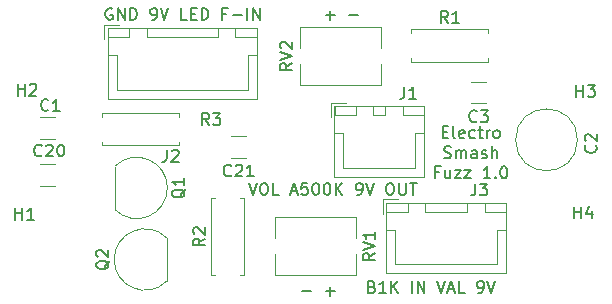
<source format=gbr>
G04 #@! TF.GenerationSoftware,KiCad,Pcbnew,(5.1.5)-3*
G04 #@! TF.CreationDate,2020-07-01T02:10:36+02:00*
G04 #@! TF.ProjectId,GermaniumFuzz,4765726d-616e-4697-956d-46757a7a2e6b,rev?*
G04 #@! TF.SameCoordinates,Original*
G04 #@! TF.FileFunction,Legend,Top*
G04 #@! TF.FilePolarity,Positive*
%FSLAX46Y46*%
G04 Gerber Fmt 4.6, Leading zero omitted, Abs format (unit mm)*
G04 Created by KiCad (PCBNEW (5.1.5)-3) date 2020-07-01 02:10:36*
%MOMM*%
%LPD*%
G04 APERTURE LIST*
%ADD10C,0.150000*%
%ADD11C,0.203200*%
%ADD12C,0.120000*%
G04 APERTURE END LIST*
D10*
X105080952Y-126828571D02*
X104319047Y-126828571D01*
X104700000Y-126447619D02*
X104700000Y-127209523D01*
X103080952Y-126828571D02*
X102319047Y-126828571D01*
X104319047Y-103471428D02*
X105080952Y-103471428D01*
X104700000Y-103852380D02*
X104700000Y-103090476D01*
X106319047Y-103471428D02*
X107080952Y-103471428D01*
D11*
X114219047Y-113325371D02*
X114552380Y-113325371D01*
X114695238Y-113849180D02*
X114219047Y-113849180D01*
X114219047Y-112849180D01*
X114695238Y-112849180D01*
X115266666Y-113849180D02*
X115171428Y-113801561D01*
X115123809Y-113706323D01*
X115123809Y-112849180D01*
X116028571Y-113801561D02*
X115933333Y-113849180D01*
X115742857Y-113849180D01*
X115647619Y-113801561D01*
X115600000Y-113706323D01*
X115600000Y-113325371D01*
X115647619Y-113230133D01*
X115742857Y-113182514D01*
X115933333Y-113182514D01*
X116028571Y-113230133D01*
X116076190Y-113325371D01*
X116076190Y-113420609D01*
X115600000Y-113515847D01*
X116933333Y-113801561D02*
X116838095Y-113849180D01*
X116647619Y-113849180D01*
X116552380Y-113801561D01*
X116504761Y-113753942D01*
X116457142Y-113658704D01*
X116457142Y-113372990D01*
X116504761Y-113277752D01*
X116552380Y-113230133D01*
X116647619Y-113182514D01*
X116838095Y-113182514D01*
X116933333Y-113230133D01*
X117219047Y-113182514D02*
X117600000Y-113182514D01*
X117361904Y-112849180D02*
X117361904Y-113706323D01*
X117409523Y-113801561D01*
X117504761Y-113849180D01*
X117600000Y-113849180D01*
X117933333Y-113849180D02*
X117933333Y-113182514D01*
X117933333Y-113372990D02*
X117980952Y-113277752D01*
X118028571Y-113230133D01*
X118123809Y-113182514D01*
X118219047Y-113182514D01*
X118695238Y-113849180D02*
X118600000Y-113801561D01*
X118552380Y-113753942D01*
X118504761Y-113658704D01*
X118504761Y-113372990D01*
X118552380Y-113277752D01*
X118600000Y-113230133D01*
X118695238Y-113182514D01*
X118838095Y-113182514D01*
X118933333Y-113230133D01*
X118980952Y-113277752D01*
X119028571Y-113372990D01*
X119028571Y-113658704D01*
X118980952Y-113753942D01*
X118933333Y-113801561D01*
X118838095Y-113849180D01*
X118695238Y-113849180D01*
X114338095Y-115504761D02*
X114480952Y-115552380D01*
X114719047Y-115552380D01*
X114814285Y-115504761D01*
X114861904Y-115457142D01*
X114909523Y-115361904D01*
X114909523Y-115266666D01*
X114861904Y-115171428D01*
X114814285Y-115123809D01*
X114719047Y-115076190D01*
X114528571Y-115028571D01*
X114433333Y-114980952D01*
X114385714Y-114933333D01*
X114338095Y-114838095D01*
X114338095Y-114742857D01*
X114385714Y-114647619D01*
X114433333Y-114600000D01*
X114528571Y-114552380D01*
X114766666Y-114552380D01*
X114909523Y-114600000D01*
X115338095Y-115552380D02*
X115338095Y-114885714D01*
X115338095Y-114980952D02*
X115385714Y-114933333D01*
X115480952Y-114885714D01*
X115623809Y-114885714D01*
X115719047Y-114933333D01*
X115766666Y-115028571D01*
X115766666Y-115552380D01*
X115766666Y-115028571D02*
X115814285Y-114933333D01*
X115909523Y-114885714D01*
X116052380Y-114885714D01*
X116147619Y-114933333D01*
X116195238Y-115028571D01*
X116195238Y-115552380D01*
X117100000Y-115552380D02*
X117100000Y-115028571D01*
X117052380Y-114933333D01*
X116957142Y-114885714D01*
X116766666Y-114885714D01*
X116671428Y-114933333D01*
X117100000Y-115504761D02*
X117004761Y-115552380D01*
X116766666Y-115552380D01*
X116671428Y-115504761D01*
X116623809Y-115409523D01*
X116623809Y-115314285D01*
X116671428Y-115219047D01*
X116766666Y-115171428D01*
X117004761Y-115171428D01*
X117100000Y-115123809D01*
X117528571Y-115504761D02*
X117623809Y-115552380D01*
X117814285Y-115552380D01*
X117909523Y-115504761D01*
X117957142Y-115409523D01*
X117957142Y-115361904D01*
X117909523Y-115266666D01*
X117814285Y-115219047D01*
X117671428Y-115219047D01*
X117576190Y-115171428D01*
X117528571Y-115076190D01*
X117528571Y-115028571D01*
X117576190Y-114933333D01*
X117671428Y-114885714D01*
X117814285Y-114885714D01*
X117909523Y-114933333D01*
X118385714Y-115552380D02*
X118385714Y-114552380D01*
X118814285Y-115552380D02*
X118814285Y-115028571D01*
X118766666Y-114933333D01*
X118671428Y-114885714D01*
X118528571Y-114885714D01*
X118433333Y-114933333D01*
X118385714Y-114980952D01*
X113909523Y-116731771D02*
X113576190Y-116731771D01*
X113576190Y-117255580D02*
X113576190Y-116255580D01*
X114052380Y-116255580D01*
X114861904Y-116588914D02*
X114861904Y-117255580D01*
X114433333Y-116588914D02*
X114433333Y-117112723D01*
X114480952Y-117207961D01*
X114576190Y-117255580D01*
X114719047Y-117255580D01*
X114814285Y-117207961D01*
X114861904Y-117160342D01*
X115242857Y-116588914D02*
X115766666Y-116588914D01*
X115242857Y-117255580D01*
X115766666Y-117255580D01*
X116052380Y-116588914D02*
X116576190Y-116588914D01*
X116052380Y-117255580D01*
X116576190Y-117255580D01*
X118242857Y-117255580D02*
X117671428Y-117255580D01*
X117957142Y-117255580D02*
X117957142Y-116255580D01*
X117861904Y-116398438D01*
X117766666Y-116493676D01*
X117671428Y-116541295D01*
X118671428Y-117160342D02*
X118719047Y-117207961D01*
X118671428Y-117255580D01*
X118623809Y-117207961D01*
X118671428Y-117160342D01*
X118671428Y-117255580D01*
X119338095Y-116255580D02*
X119433333Y-116255580D01*
X119528571Y-116303200D01*
X119576190Y-116350819D01*
X119623809Y-116446057D01*
X119671428Y-116636533D01*
X119671428Y-116874628D01*
X119623809Y-117065104D01*
X119576190Y-117160342D01*
X119528571Y-117207961D01*
X119433333Y-117255580D01*
X119338095Y-117255580D01*
X119242857Y-117207961D01*
X119195238Y-117160342D01*
X119147619Y-117065104D01*
X119100000Y-116874628D01*
X119100000Y-116636533D01*
X119147619Y-116446057D01*
X119195238Y-116350819D01*
X119242857Y-116303200D01*
X119338095Y-116255580D01*
D10*
X97804761Y-117652380D02*
X98138095Y-118652380D01*
X98471428Y-117652380D01*
X98995238Y-117652380D02*
X99185714Y-117652380D01*
X99280952Y-117700000D01*
X99376190Y-117795238D01*
X99423809Y-117985714D01*
X99423809Y-118319047D01*
X99376190Y-118509523D01*
X99280952Y-118604761D01*
X99185714Y-118652380D01*
X98995238Y-118652380D01*
X98900000Y-118604761D01*
X98804761Y-118509523D01*
X98757142Y-118319047D01*
X98757142Y-117985714D01*
X98804761Y-117795238D01*
X98900000Y-117700000D01*
X98995238Y-117652380D01*
X100328571Y-118652380D02*
X99852380Y-118652380D01*
X99852380Y-117652380D01*
X101376190Y-118366666D02*
X101852380Y-118366666D01*
X101280952Y-118652380D02*
X101614285Y-117652380D01*
X101947619Y-118652380D01*
X102757142Y-117652380D02*
X102280952Y-117652380D01*
X102233333Y-118128571D01*
X102280952Y-118080952D01*
X102376190Y-118033333D01*
X102614285Y-118033333D01*
X102709523Y-118080952D01*
X102757142Y-118128571D01*
X102804761Y-118223809D01*
X102804761Y-118461904D01*
X102757142Y-118557142D01*
X102709523Y-118604761D01*
X102614285Y-118652380D01*
X102376190Y-118652380D01*
X102280952Y-118604761D01*
X102233333Y-118557142D01*
X103423809Y-117652380D02*
X103519047Y-117652380D01*
X103614285Y-117700000D01*
X103661904Y-117747619D01*
X103709523Y-117842857D01*
X103757142Y-118033333D01*
X103757142Y-118271428D01*
X103709523Y-118461904D01*
X103661904Y-118557142D01*
X103614285Y-118604761D01*
X103519047Y-118652380D01*
X103423809Y-118652380D01*
X103328571Y-118604761D01*
X103280952Y-118557142D01*
X103233333Y-118461904D01*
X103185714Y-118271428D01*
X103185714Y-118033333D01*
X103233333Y-117842857D01*
X103280952Y-117747619D01*
X103328571Y-117700000D01*
X103423809Y-117652380D01*
X104376190Y-117652380D02*
X104471428Y-117652380D01*
X104566666Y-117700000D01*
X104614285Y-117747619D01*
X104661904Y-117842857D01*
X104709523Y-118033333D01*
X104709523Y-118271428D01*
X104661904Y-118461904D01*
X104614285Y-118557142D01*
X104566666Y-118604761D01*
X104471428Y-118652380D01*
X104376190Y-118652380D01*
X104280952Y-118604761D01*
X104233333Y-118557142D01*
X104185714Y-118461904D01*
X104138095Y-118271428D01*
X104138095Y-118033333D01*
X104185714Y-117842857D01*
X104233333Y-117747619D01*
X104280952Y-117700000D01*
X104376190Y-117652380D01*
X105138095Y-118652380D02*
X105138095Y-117652380D01*
X105709523Y-118652380D02*
X105280952Y-118080952D01*
X105709523Y-117652380D02*
X105138095Y-118223809D01*
X106947619Y-118652380D02*
X107138095Y-118652380D01*
X107233333Y-118604761D01*
X107280952Y-118557142D01*
X107376190Y-118414285D01*
X107423809Y-118223809D01*
X107423809Y-117842857D01*
X107376190Y-117747619D01*
X107328571Y-117700000D01*
X107233333Y-117652380D01*
X107042857Y-117652380D01*
X106947619Y-117700000D01*
X106900000Y-117747619D01*
X106852380Y-117842857D01*
X106852380Y-118080952D01*
X106900000Y-118176190D01*
X106947619Y-118223809D01*
X107042857Y-118271428D01*
X107233333Y-118271428D01*
X107328571Y-118223809D01*
X107376190Y-118176190D01*
X107423809Y-118080952D01*
X107709523Y-117652380D02*
X108042857Y-118652380D01*
X108376190Y-117652380D01*
X109661904Y-117652380D02*
X109852380Y-117652380D01*
X109947619Y-117700000D01*
X110042857Y-117795238D01*
X110090476Y-117985714D01*
X110090476Y-118319047D01*
X110042857Y-118509523D01*
X109947619Y-118604761D01*
X109852380Y-118652380D01*
X109661904Y-118652380D01*
X109566666Y-118604761D01*
X109471428Y-118509523D01*
X109423809Y-118319047D01*
X109423809Y-117985714D01*
X109471428Y-117795238D01*
X109566666Y-117700000D01*
X109661904Y-117652380D01*
X110519047Y-117652380D02*
X110519047Y-118461904D01*
X110566666Y-118557142D01*
X110614285Y-118604761D01*
X110709523Y-118652380D01*
X110900000Y-118652380D01*
X110995238Y-118604761D01*
X111042857Y-118557142D01*
X111090476Y-118461904D01*
X111090476Y-117652380D01*
X111423809Y-117652380D02*
X111995238Y-117652380D01*
X111709523Y-118652380D02*
X111709523Y-117652380D01*
X108223809Y-126428571D02*
X108366666Y-126476190D01*
X108414285Y-126523809D01*
X108461904Y-126619047D01*
X108461904Y-126761904D01*
X108414285Y-126857142D01*
X108366666Y-126904761D01*
X108271428Y-126952380D01*
X107890476Y-126952380D01*
X107890476Y-125952380D01*
X108223809Y-125952380D01*
X108319047Y-126000000D01*
X108366666Y-126047619D01*
X108414285Y-126142857D01*
X108414285Y-126238095D01*
X108366666Y-126333333D01*
X108319047Y-126380952D01*
X108223809Y-126428571D01*
X107890476Y-126428571D01*
X109414285Y-126952380D02*
X108842857Y-126952380D01*
X109128571Y-126952380D02*
X109128571Y-125952380D01*
X109033333Y-126095238D01*
X108938095Y-126190476D01*
X108842857Y-126238095D01*
X109842857Y-126952380D02*
X109842857Y-125952380D01*
X110414285Y-126952380D02*
X109985714Y-126380952D01*
X110414285Y-125952380D02*
X109842857Y-126523809D01*
X111604761Y-126952380D02*
X111604761Y-125952380D01*
X112080952Y-126952380D02*
X112080952Y-125952380D01*
X112652380Y-126952380D01*
X112652380Y-125952380D01*
X113747619Y-125952380D02*
X114080952Y-126952380D01*
X114414285Y-125952380D01*
X114700000Y-126666666D02*
X115176190Y-126666666D01*
X114604761Y-126952380D02*
X114938095Y-125952380D01*
X115271428Y-126952380D01*
X116080952Y-126952380D02*
X115604761Y-126952380D01*
X115604761Y-125952380D01*
X117223809Y-126952380D02*
X117414285Y-126952380D01*
X117509523Y-126904761D01*
X117557142Y-126857142D01*
X117652380Y-126714285D01*
X117700000Y-126523809D01*
X117700000Y-126142857D01*
X117652380Y-126047619D01*
X117604761Y-126000000D01*
X117509523Y-125952380D01*
X117319047Y-125952380D01*
X117223809Y-126000000D01*
X117176190Y-126047619D01*
X117128571Y-126142857D01*
X117128571Y-126380952D01*
X117176190Y-126476190D01*
X117223809Y-126523809D01*
X117319047Y-126571428D01*
X117509523Y-126571428D01*
X117604761Y-126523809D01*
X117652380Y-126476190D01*
X117700000Y-126380952D01*
X117985714Y-125952380D02*
X118319047Y-126952380D01*
X118652380Y-125952380D01*
X86223809Y-102900000D02*
X86128571Y-102852380D01*
X85985714Y-102852380D01*
X85842857Y-102900000D01*
X85747619Y-102995238D01*
X85700000Y-103090476D01*
X85652380Y-103280952D01*
X85652380Y-103423809D01*
X85700000Y-103614285D01*
X85747619Y-103709523D01*
X85842857Y-103804761D01*
X85985714Y-103852380D01*
X86080952Y-103852380D01*
X86223809Y-103804761D01*
X86271428Y-103757142D01*
X86271428Y-103423809D01*
X86080952Y-103423809D01*
X86700000Y-103852380D02*
X86700000Y-102852380D01*
X87271428Y-103852380D01*
X87271428Y-102852380D01*
X87747619Y-103852380D02*
X87747619Y-102852380D01*
X87985714Y-102852380D01*
X88128571Y-102900000D01*
X88223809Y-102995238D01*
X88271428Y-103090476D01*
X88319047Y-103280952D01*
X88319047Y-103423809D01*
X88271428Y-103614285D01*
X88223809Y-103709523D01*
X88128571Y-103804761D01*
X87985714Y-103852380D01*
X87747619Y-103852380D01*
X89557142Y-103852380D02*
X89747619Y-103852380D01*
X89842857Y-103804761D01*
X89890476Y-103757142D01*
X89985714Y-103614285D01*
X90033333Y-103423809D01*
X90033333Y-103042857D01*
X89985714Y-102947619D01*
X89938095Y-102900000D01*
X89842857Y-102852380D01*
X89652380Y-102852380D01*
X89557142Y-102900000D01*
X89509523Y-102947619D01*
X89461904Y-103042857D01*
X89461904Y-103280952D01*
X89509523Y-103376190D01*
X89557142Y-103423809D01*
X89652380Y-103471428D01*
X89842857Y-103471428D01*
X89938095Y-103423809D01*
X89985714Y-103376190D01*
X90033333Y-103280952D01*
X90319047Y-102852380D02*
X90652380Y-103852380D01*
X90985714Y-102852380D01*
X92557142Y-103852380D02*
X92080952Y-103852380D01*
X92080952Y-102852380D01*
X92890476Y-103328571D02*
X93223809Y-103328571D01*
X93366666Y-103852380D02*
X92890476Y-103852380D01*
X92890476Y-102852380D01*
X93366666Y-102852380D01*
X93795238Y-103852380D02*
X93795238Y-102852380D01*
X94033333Y-102852380D01*
X94176190Y-102900000D01*
X94271428Y-102995238D01*
X94319047Y-103090476D01*
X94366666Y-103280952D01*
X94366666Y-103423809D01*
X94319047Y-103614285D01*
X94271428Y-103709523D01*
X94176190Y-103804761D01*
X94033333Y-103852380D01*
X93795238Y-103852380D01*
X95890476Y-103328571D02*
X95557142Y-103328571D01*
X95557142Y-103852380D02*
X95557142Y-102852380D01*
X96033333Y-102852380D01*
X96414285Y-103471428D02*
X97176190Y-103471428D01*
X97652380Y-103852380D02*
X97652380Y-102852380D01*
X98128571Y-103852380D02*
X98128571Y-102852380D01*
X98700000Y-103852380D01*
X98700000Y-102852380D01*
D12*
X91880000Y-114470000D02*
X91880000Y-114140000D01*
X85340000Y-114470000D02*
X91880000Y-114470000D01*
X85340000Y-114140000D02*
X85340000Y-114470000D01*
X91880000Y-111730000D02*
X91880000Y-112060000D01*
X85340000Y-111730000D02*
X91880000Y-111730000D01*
X85340000Y-112060000D02*
X85340000Y-111730000D01*
X104750000Y-110850000D02*
X104750000Y-112100000D01*
X106000000Y-110850000D02*
X104750000Y-110850000D01*
X111900000Y-116350000D02*
X108850000Y-116350000D01*
X111900000Y-113400000D02*
X111900000Y-116350000D01*
X112650000Y-113400000D02*
X111900000Y-113400000D01*
X105800000Y-116350000D02*
X108850000Y-116350000D01*
X105800000Y-113400000D02*
X105800000Y-116350000D01*
X105050000Y-113400000D02*
X105800000Y-113400000D01*
X112650000Y-111150000D02*
X110850000Y-111150000D01*
X112650000Y-111900000D02*
X112650000Y-111150000D01*
X110850000Y-111900000D02*
X112650000Y-111900000D01*
X110850000Y-111150000D02*
X110850000Y-111900000D01*
X106850000Y-111150000D02*
X105050000Y-111150000D01*
X106850000Y-111900000D02*
X106850000Y-111150000D01*
X105050000Y-111900000D02*
X106850000Y-111900000D01*
X105050000Y-111150000D02*
X105050000Y-111900000D01*
X109350000Y-111150000D02*
X108350000Y-111150000D01*
X109350000Y-111900000D02*
X109350000Y-111150000D01*
X108350000Y-111900000D02*
X109350000Y-111900000D01*
X108350000Y-111150000D02*
X108350000Y-111900000D01*
X112660000Y-111140000D02*
X105040000Y-111140000D01*
X112660000Y-117110000D02*
X112660000Y-111140000D01*
X105040000Y-117110000D02*
X112660000Y-117110000D01*
X105040000Y-111140000D02*
X105040000Y-117110000D01*
X85550000Y-104250000D02*
X85550000Y-105500000D01*
X86800000Y-104250000D02*
X85550000Y-104250000D01*
X97700000Y-109750000D02*
X92150000Y-109750000D01*
X97700000Y-106800000D02*
X97700000Y-109750000D01*
X98450000Y-106800000D02*
X97700000Y-106800000D01*
X86600000Y-109750000D02*
X92150000Y-109750000D01*
X86600000Y-106800000D02*
X86600000Y-109750000D01*
X85850000Y-106800000D02*
X86600000Y-106800000D01*
X98450000Y-104550000D02*
X96650000Y-104550000D01*
X98450000Y-105300000D02*
X98450000Y-104550000D01*
X96650000Y-105300000D02*
X98450000Y-105300000D01*
X96650000Y-104550000D02*
X96650000Y-105300000D01*
X87650000Y-104550000D02*
X85850000Y-104550000D01*
X87650000Y-105300000D02*
X87650000Y-104550000D01*
X85850000Y-105300000D02*
X87650000Y-105300000D01*
X85850000Y-104550000D02*
X85850000Y-105300000D01*
X95150000Y-104550000D02*
X89150000Y-104550000D01*
X95150000Y-105300000D02*
X95150000Y-104550000D01*
X89150000Y-105300000D02*
X95150000Y-105300000D01*
X89150000Y-104550000D02*
X89150000Y-105300000D01*
X98460000Y-104540000D02*
X85840000Y-104540000D01*
X98460000Y-110510000D02*
X98460000Y-104540000D01*
X85840000Y-110510000D02*
X98460000Y-110510000D01*
X85840000Y-104540000D02*
X85840000Y-110510000D01*
X125620000Y-114000000D02*
G75*
G03X125620000Y-114000000I-2620000J0D01*
G01*
X118080000Y-107370000D02*
X118080000Y-107040000D01*
X111540000Y-107370000D02*
X118080000Y-107370000D01*
X111540000Y-107040000D02*
X111540000Y-107370000D01*
X118080000Y-104630000D02*
X118080000Y-104960000D01*
X111540000Y-104630000D02*
X118080000Y-104630000D01*
X111540000Y-104960000D02*
X111540000Y-104630000D01*
X102120000Y-109370000D02*
X108960000Y-109370000D01*
X102120000Y-104430000D02*
X108960000Y-104430000D01*
X108960000Y-106250000D02*
X108960000Y-104430000D01*
X108960000Y-109370000D02*
X108960000Y-107550000D01*
X102120000Y-106250000D02*
X102120000Y-104430000D01*
X102120000Y-109370000D02*
X102120000Y-107550000D01*
X106880000Y-120530000D02*
X100040000Y-120530000D01*
X106880000Y-125470000D02*
X100040000Y-125470000D01*
X100040000Y-123650000D02*
X100040000Y-125470000D01*
X100040000Y-120530000D02*
X100040000Y-122350000D01*
X106880000Y-123650000D02*
X106880000Y-125470000D01*
X106880000Y-120530000D02*
X106880000Y-122350000D01*
X97579000Y-113680000D02*
X96321000Y-113680000D01*
X97579000Y-115520000D02*
X96321000Y-115520000D01*
X80121000Y-117920000D02*
X81379000Y-117920000D01*
X80121000Y-116080000D02*
X81379000Y-116080000D01*
X97370000Y-118920000D02*
X97040000Y-118920000D01*
X97370000Y-125460000D02*
X97370000Y-118920000D01*
X97040000Y-125460000D02*
X97370000Y-125460000D01*
X94630000Y-118920000D02*
X94960000Y-118920000D01*
X94630000Y-125460000D02*
X94630000Y-118920000D01*
X94960000Y-125460000D02*
X94630000Y-125460000D01*
X90838478Y-122291522D02*
G75*
G03X86400000Y-124130000I-1838478J-1838478D01*
G01*
X90838478Y-125968478D02*
G75*
G02X86400000Y-124130000I-1838478J1838478D01*
G01*
X90850000Y-125930000D02*
X90850000Y-122330000D01*
X86461522Y-119908478D02*
G75*
G03X90900000Y-118070000I1838478J1838478D01*
G01*
X86461522Y-116231522D02*
G75*
G02X90900000Y-118070000I1838478J-1838478D01*
G01*
X86450000Y-116270000D02*
X86450000Y-119870000D01*
X109150000Y-119050000D02*
X109150000Y-120300000D01*
X110400000Y-119050000D02*
X109150000Y-119050000D01*
X118800000Y-124550000D02*
X114500000Y-124550000D01*
X118800000Y-121600000D02*
X118800000Y-124550000D01*
X119550000Y-121600000D02*
X118800000Y-121600000D01*
X110200000Y-124550000D02*
X114500000Y-124550000D01*
X110200000Y-121600000D02*
X110200000Y-124550000D01*
X109450000Y-121600000D02*
X110200000Y-121600000D01*
X119550000Y-119350000D02*
X117750000Y-119350000D01*
X119550000Y-120100000D02*
X119550000Y-119350000D01*
X117750000Y-120100000D02*
X119550000Y-120100000D01*
X117750000Y-119350000D02*
X117750000Y-120100000D01*
X111250000Y-119350000D02*
X109450000Y-119350000D01*
X111250000Y-120100000D02*
X111250000Y-119350000D01*
X109450000Y-120100000D02*
X111250000Y-120100000D01*
X109450000Y-119350000D02*
X109450000Y-120100000D01*
X116250000Y-119350000D02*
X112750000Y-119350000D01*
X116250000Y-120100000D02*
X116250000Y-119350000D01*
X112750000Y-120100000D02*
X116250000Y-120100000D01*
X112750000Y-119350000D02*
X112750000Y-120100000D01*
X119560000Y-119340000D02*
X109440000Y-119340000D01*
X119560000Y-125310000D02*
X119560000Y-119340000D01*
X109440000Y-125310000D02*
X119560000Y-125310000D01*
X109440000Y-119340000D02*
X109440000Y-125310000D01*
X117879000Y-109080000D02*
X116621000Y-109080000D01*
X117879000Y-110920000D02*
X116621000Y-110920000D01*
X81379000Y-112080000D02*
X80121000Y-112080000D01*
X81379000Y-113920000D02*
X80121000Y-113920000D01*
D10*
X94433333Y-112752380D02*
X94100000Y-112276190D01*
X93861904Y-112752380D02*
X93861904Y-111752380D01*
X94242857Y-111752380D01*
X94338095Y-111800000D01*
X94385714Y-111847619D01*
X94433333Y-111942857D01*
X94433333Y-112085714D01*
X94385714Y-112180952D01*
X94338095Y-112228571D01*
X94242857Y-112276190D01*
X93861904Y-112276190D01*
X94766666Y-111752380D02*
X95385714Y-111752380D01*
X95052380Y-112133333D01*
X95195238Y-112133333D01*
X95290476Y-112180952D01*
X95338095Y-112228571D01*
X95385714Y-112323809D01*
X95385714Y-112561904D01*
X95338095Y-112657142D01*
X95290476Y-112704761D01*
X95195238Y-112752380D01*
X94909523Y-112752380D01*
X94814285Y-112704761D01*
X94766666Y-112657142D01*
X110966666Y-109502380D02*
X110966666Y-110216666D01*
X110919047Y-110359523D01*
X110823809Y-110454761D01*
X110680952Y-110502380D01*
X110585714Y-110502380D01*
X111966666Y-110502380D02*
X111395238Y-110502380D01*
X111680952Y-110502380D02*
X111680952Y-109502380D01*
X111585714Y-109645238D01*
X111490476Y-109740476D01*
X111395238Y-109788095D01*
X90866666Y-114852380D02*
X90866666Y-115566666D01*
X90819047Y-115709523D01*
X90723809Y-115804761D01*
X90580952Y-115852380D01*
X90485714Y-115852380D01*
X91295238Y-114947619D02*
X91342857Y-114900000D01*
X91438095Y-114852380D01*
X91676190Y-114852380D01*
X91771428Y-114900000D01*
X91819047Y-114947619D01*
X91866666Y-115042857D01*
X91866666Y-115138095D01*
X91819047Y-115280952D01*
X91247619Y-115852380D01*
X91866666Y-115852380D01*
X125338095Y-120652380D02*
X125338095Y-119652380D01*
X125338095Y-120128571D02*
X125909523Y-120128571D01*
X125909523Y-120652380D02*
X125909523Y-119652380D01*
X126814285Y-119985714D02*
X126814285Y-120652380D01*
X126576190Y-119604761D02*
X126338095Y-120319047D01*
X126957142Y-120319047D01*
X125538095Y-110352380D02*
X125538095Y-109352380D01*
X125538095Y-109828571D02*
X126109523Y-109828571D01*
X126109523Y-110352380D02*
X126109523Y-109352380D01*
X126490476Y-109352380D02*
X127109523Y-109352380D01*
X126776190Y-109733333D01*
X126919047Y-109733333D01*
X127014285Y-109780952D01*
X127061904Y-109828571D01*
X127109523Y-109923809D01*
X127109523Y-110161904D01*
X127061904Y-110257142D01*
X127014285Y-110304761D01*
X126919047Y-110352380D01*
X126633333Y-110352380D01*
X126538095Y-110304761D01*
X126490476Y-110257142D01*
X78238095Y-110252380D02*
X78238095Y-109252380D01*
X78238095Y-109728571D02*
X78809523Y-109728571D01*
X78809523Y-110252380D02*
X78809523Y-109252380D01*
X79238095Y-109347619D02*
X79285714Y-109300000D01*
X79380952Y-109252380D01*
X79619047Y-109252380D01*
X79714285Y-109300000D01*
X79761904Y-109347619D01*
X79809523Y-109442857D01*
X79809523Y-109538095D01*
X79761904Y-109680952D01*
X79190476Y-110252380D01*
X79809523Y-110252380D01*
X78038095Y-120752380D02*
X78038095Y-119752380D01*
X78038095Y-120228571D02*
X78609523Y-120228571D01*
X78609523Y-120752380D02*
X78609523Y-119752380D01*
X79609523Y-120752380D02*
X79038095Y-120752380D01*
X79323809Y-120752380D02*
X79323809Y-119752380D01*
X79228571Y-119895238D01*
X79133333Y-119990476D01*
X79038095Y-120038095D01*
X127157142Y-114466666D02*
X127204761Y-114514285D01*
X127252380Y-114657142D01*
X127252380Y-114752380D01*
X127204761Y-114895238D01*
X127109523Y-114990476D01*
X127014285Y-115038095D01*
X126823809Y-115085714D01*
X126680952Y-115085714D01*
X126490476Y-115038095D01*
X126395238Y-114990476D01*
X126300000Y-114895238D01*
X126252380Y-114752380D01*
X126252380Y-114657142D01*
X126300000Y-114514285D01*
X126347619Y-114466666D01*
X126347619Y-114085714D02*
X126300000Y-114038095D01*
X126252380Y-113942857D01*
X126252380Y-113704761D01*
X126300000Y-113609523D01*
X126347619Y-113561904D01*
X126442857Y-113514285D01*
X126538095Y-113514285D01*
X126680952Y-113561904D01*
X127252380Y-114133333D01*
X127252380Y-113514285D01*
X114643333Y-104082380D02*
X114310000Y-103606190D01*
X114071904Y-104082380D02*
X114071904Y-103082380D01*
X114452857Y-103082380D01*
X114548095Y-103130000D01*
X114595714Y-103177619D01*
X114643333Y-103272857D01*
X114643333Y-103415714D01*
X114595714Y-103510952D01*
X114548095Y-103558571D01*
X114452857Y-103606190D01*
X114071904Y-103606190D01*
X115595714Y-104082380D02*
X115024285Y-104082380D01*
X115310000Y-104082380D02*
X115310000Y-103082380D01*
X115214761Y-103225238D01*
X115119523Y-103320476D01*
X115024285Y-103368095D01*
X101442380Y-107495238D02*
X100966190Y-107828571D01*
X101442380Y-108066666D02*
X100442380Y-108066666D01*
X100442380Y-107685714D01*
X100490000Y-107590476D01*
X100537619Y-107542857D01*
X100632857Y-107495238D01*
X100775714Y-107495238D01*
X100870952Y-107542857D01*
X100918571Y-107590476D01*
X100966190Y-107685714D01*
X100966190Y-108066666D01*
X100442380Y-107209523D02*
X101442380Y-106876190D01*
X100442380Y-106542857D01*
X100537619Y-106257142D02*
X100490000Y-106209523D01*
X100442380Y-106114285D01*
X100442380Y-105876190D01*
X100490000Y-105780952D01*
X100537619Y-105733333D01*
X100632857Y-105685714D01*
X100728095Y-105685714D01*
X100870952Y-105733333D01*
X101442380Y-106304761D01*
X101442380Y-105685714D01*
X108462380Y-123595238D02*
X107986190Y-123928571D01*
X108462380Y-124166666D02*
X107462380Y-124166666D01*
X107462380Y-123785714D01*
X107510000Y-123690476D01*
X107557619Y-123642857D01*
X107652857Y-123595238D01*
X107795714Y-123595238D01*
X107890952Y-123642857D01*
X107938571Y-123690476D01*
X107986190Y-123785714D01*
X107986190Y-124166666D01*
X107462380Y-123309523D02*
X108462380Y-122976190D01*
X107462380Y-122642857D01*
X108462380Y-121785714D02*
X108462380Y-122357142D01*
X108462380Y-122071428D02*
X107462380Y-122071428D01*
X107605238Y-122166666D01*
X107700476Y-122261904D01*
X107748095Y-122357142D01*
X96307142Y-117007142D02*
X96259523Y-117054761D01*
X96116666Y-117102380D01*
X96021428Y-117102380D01*
X95878571Y-117054761D01*
X95783333Y-116959523D01*
X95735714Y-116864285D01*
X95688095Y-116673809D01*
X95688095Y-116530952D01*
X95735714Y-116340476D01*
X95783333Y-116245238D01*
X95878571Y-116150000D01*
X96021428Y-116102380D01*
X96116666Y-116102380D01*
X96259523Y-116150000D01*
X96307142Y-116197619D01*
X96688095Y-116197619D02*
X96735714Y-116150000D01*
X96830952Y-116102380D01*
X97069047Y-116102380D01*
X97164285Y-116150000D01*
X97211904Y-116197619D01*
X97259523Y-116292857D01*
X97259523Y-116388095D01*
X97211904Y-116530952D01*
X96640476Y-117102380D01*
X97259523Y-117102380D01*
X98211904Y-117102380D02*
X97640476Y-117102380D01*
X97926190Y-117102380D02*
X97926190Y-116102380D01*
X97830952Y-116245238D01*
X97735714Y-116340476D01*
X97640476Y-116388095D01*
X80257142Y-115307142D02*
X80209523Y-115354761D01*
X80066666Y-115402380D01*
X79971428Y-115402380D01*
X79828571Y-115354761D01*
X79733333Y-115259523D01*
X79685714Y-115164285D01*
X79638095Y-114973809D01*
X79638095Y-114830952D01*
X79685714Y-114640476D01*
X79733333Y-114545238D01*
X79828571Y-114450000D01*
X79971428Y-114402380D01*
X80066666Y-114402380D01*
X80209523Y-114450000D01*
X80257142Y-114497619D01*
X80638095Y-114497619D02*
X80685714Y-114450000D01*
X80780952Y-114402380D01*
X81019047Y-114402380D01*
X81114285Y-114450000D01*
X81161904Y-114497619D01*
X81209523Y-114592857D01*
X81209523Y-114688095D01*
X81161904Y-114830952D01*
X80590476Y-115402380D01*
X81209523Y-115402380D01*
X81828571Y-114402380D02*
X81923809Y-114402380D01*
X82019047Y-114450000D01*
X82066666Y-114497619D01*
X82114285Y-114592857D01*
X82161904Y-114783333D01*
X82161904Y-115021428D01*
X82114285Y-115211904D01*
X82066666Y-115307142D01*
X82019047Y-115354761D01*
X81923809Y-115402380D01*
X81828571Y-115402380D01*
X81733333Y-115354761D01*
X81685714Y-115307142D01*
X81638095Y-115211904D01*
X81590476Y-115021428D01*
X81590476Y-114783333D01*
X81638095Y-114592857D01*
X81685714Y-114497619D01*
X81733333Y-114450000D01*
X81828571Y-114402380D01*
X94082380Y-122356666D02*
X93606190Y-122690000D01*
X94082380Y-122928095D02*
X93082380Y-122928095D01*
X93082380Y-122547142D01*
X93130000Y-122451904D01*
X93177619Y-122404285D01*
X93272857Y-122356666D01*
X93415714Y-122356666D01*
X93510952Y-122404285D01*
X93558571Y-122451904D01*
X93606190Y-122547142D01*
X93606190Y-122928095D01*
X93177619Y-121975714D02*
X93130000Y-121928095D01*
X93082380Y-121832857D01*
X93082380Y-121594761D01*
X93130000Y-121499523D01*
X93177619Y-121451904D01*
X93272857Y-121404285D01*
X93368095Y-121404285D01*
X93510952Y-121451904D01*
X94082380Y-122023333D01*
X94082380Y-121404285D01*
X85987619Y-124225238D02*
X85940000Y-124320476D01*
X85844761Y-124415714D01*
X85701904Y-124558571D01*
X85654285Y-124653809D01*
X85654285Y-124749047D01*
X85892380Y-124701428D02*
X85844761Y-124796666D01*
X85749523Y-124891904D01*
X85559047Y-124939523D01*
X85225714Y-124939523D01*
X85035238Y-124891904D01*
X84940000Y-124796666D01*
X84892380Y-124701428D01*
X84892380Y-124510952D01*
X84940000Y-124415714D01*
X85035238Y-124320476D01*
X85225714Y-124272857D01*
X85559047Y-124272857D01*
X85749523Y-124320476D01*
X85844761Y-124415714D01*
X85892380Y-124510952D01*
X85892380Y-124701428D01*
X84987619Y-123891904D02*
X84940000Y-123844285D01*
X84892380Y-123749047D01*
X84892380Y-123510952D01*
X84940000Y-123415714D01*
X84987619Y-123368095D01*
X85082857Y-123320476D01*
X85178095Y-123320476D01*
X85320952Y-123368095D01*
X85892380Y-123939523D01*
X85892380Y-123320476D01*
X92407619Y-118165238D02*
X92360000Y-118260476D01*
X92264761Y-118355714D01*
X92121904Y-118498571D01*
X92074285Y-118593809D01*
X92074285Y-118689047D01*
X92312380Y-118641428D02*
X92264761Y-118736666D01*
X92169523Y-118831904D01*
X91979047Y-118879523D01*
X91645714Y-118879523D01*
X91455238Y-118831904D01*
X91360000Y-118736666D01*
X91312380Y-118641428D01*
X91312380Y-118450952D01*
X91360000Y-118355714D01*
X91455238Y-118260476D01*
X91645714Y-118212857D01*
X91979047Y-118212857D01*
X92169523Y-118260476D01*
X92264761Y-118355714D01*
X92312380Y-118450952D01*
X92312380Y-118641428D01*
X92312380Y-117260476D02*
X92312380Y-117831904D01*
X92312380Y-117546190D02*
X91312380Y-117546190D01*
X91455238Y-117641428D01*
X91550476Y-117736666D01*
X91598095Y-117831904D01*
X116966666Y-117702380D02*
X116966666Y-118416666D01*
X116919047Y-118559523D01*
X116823809Y-118654761D01*
X116680952Y-118702380D01*
X116585714Y-118702380D01*
X117347619Y-117702380D02*
X117966666Y-117702380D01*
X117633333Y-118083333D01*
X117776190Y-118083333D01*
X117871428Y-118130952D01*
X117919047Y-118178571D01*
X117966666Y-118273809D01*
X117966666Y-118511904D01*
X117919047Y-118607142D01*
X117871428Y-118654761D01*
X117776190Y-118702380D01*
X117490476Y-118702380D01*
X117395238Y-118654761D01*
X117347619Y-118607142D01*
X117083333Y-112407142D02*
X117035714Y-112454761D01*
X116892857Y-112502380D01*
X116797619Y-112502380D01*
X116654761Y-112454761D01*
X116559523Y-112359523D01*
X116511904Y-112264285D01*
X116464285Y-112073809D01*
X116464285Y-111930952D01*
X116511904Y-111740476D01*
X116559523Y-111645238D01*
X116654761Y-111550000D01*
X116797619Y-111502380D01*
X116892857Y-111502380D01*
X117035714Y-111550000D01*
X117083333Y-111597619D01*
X117416666Y-111502380D02*
X118035714Y-111502380D01*
X117702380Y-111883333D01*
X117845238Y-111883333D01*
X117940476Y-111930952D01*
X117988095Y-111978571D01*
X118035714Y-112073809D01*
X118035714Y-112311904D01*
X117988095Y-112407142D01*
X117940476Y-112454761D01*
X117845238Y-112502380D01*
X117559523Y-112502380D01*
X117464285Y-112454761D01*
X117416666Y-112407142D01*
X80833333Y-111457142D02*
X80785714Y-111504761D01*
X80642857Y-111552380D01*
X80547619Y-111552380D01*
X80404761Y-111504761D01*
X80309523Y-111409523D01*
X80261904Y-111314285D01*
X80214285Y-111123809D01*
X80214285Y-110980952D01*
X80261904Y-110790476D01*
X80309523Y-110695238D01*
X80404761Y-110600000D01*
X80547619Y-110552380D01*
X80642857Y-110552380D01*
X80785714Y-110600000D01*
X80833333Y-110647619D01*
X81785714Y-111552380D02*
X81214285Y-111552380D01*
X81500000Y-111552380D02*
X81500000Y-110552380D01*
X81404761Y-110695238D01*
X81309523Y-110790476D01*
X81214285Y-110838095D01*
M02*

</source>
